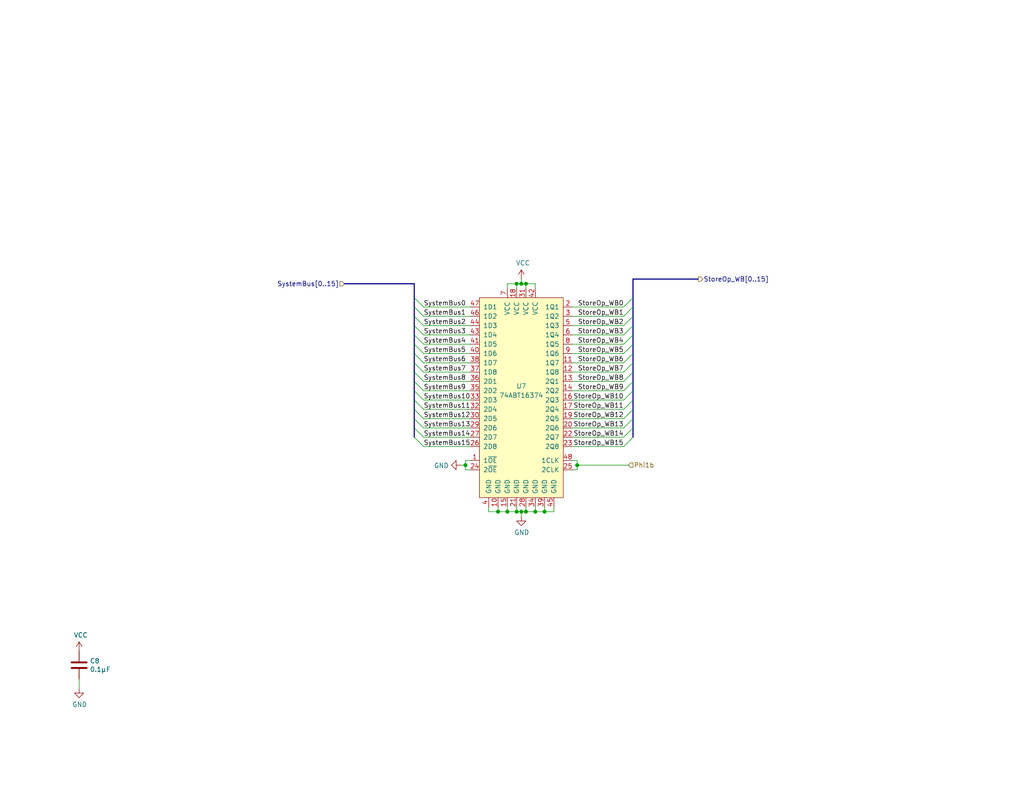
<source format=kicad_sch>
(kicad_sch (version 20230121) (generator eeschema)
  (paper "USLetter")
  (title_block (title "MEM/WB: Store Operand Register") (date "2023-03-22") (rev "B"))
  (lib_symbols
    (symbol "74xx (kicad5):74ABT16374" (pin_names (offset 1.016))
      (property "Reference" "U" (at 0 1.27 0))
      (property "Value" "74ABT16374" (at 0 -1.27 0))
      (symbol "74ABT16374_0_0"
        (pin input line (at -13.97 -20.32 0) (length 2.54) (name "1~{OE}") (number "1"))
        (pin power_in line (at -6.35 -33.02 90) (length 2.54) (name "GND") (number "10"))
        (pin tri_state line (at 13.97 6.35 180) (length 2.54) (name "1Q7") (number "11"))
        (pin tri_state line (at 13.97 3.81 180) (length 2.54) (name "1Q8") (number "12"))
        (pin tri_state line (at 13.97 1.27 180) (length 2.54) (name "2Q1") (number "13"))
        (pin tri_state line (at 13.97 -1.27 180) (length 2.54) (name "2Q2") (number "14"))
        (pin power_in line (at -3.81 -33.02 90) (length 2.54) (name "GND") (number "15"))
        (pin tri_state line (at 13.97 -3.81 180) (length 2.54) (name "2Q3") (number "16"))
        (pin tri_state line (at 13.97 -6.35 180) (length 2.54) (name "2Q4") (number "17"))
        (pin power_in line (at -1.27 26.67 270) (length 2.54) (name "VCC") (number "18"))
        (pin tri_state line (at 13.97 -8.89 180) (length 2.54) (name "2Q5") (number "19"))
        (pin tri_state line (at 13.97 21.59 180) (length 2.54) (name "1Q1") (number "2"))
        (pin tri_state line (at 13.97 -11.43 180) (length 2.54) (name "2Q6") (number "20"))
        (pin power_in line (at -1.27 -33.02 90) (length 2.54) (name "GND") (number "21"))
        (pin tri_state line (at 13.97 -13.97 180) (length 2.54) (name "2Q7") (number "22"))
        (pin tri_state line (at 13.97 -16.51 180) (length 2.54) (name "2Q8") (number "23"))
        (pin input line (at -13.97 -22.86 0) (length 2.54) (name "2~{OE}") (number "24"))
        (pin input line (at 13.97 -22.86 180) (length 2.54) (name "2CLK") (number "25"))
        (pin input line (at -13.97 -16.51 0) (length 2.54) (name "2D8") (number "26"))
        (pin input line (at -13.97 -13.97 0) (length 2.54) (name "2D7") (number "27"))
        (pin power_in line (at 1.27 -33.02 90) (length 2.54) (name "GND") (number "28"))
        (pin input line (at -13.97 -11.43 0) (length 2.54) (name "2D6") (number "29"))
        (pin tri_state line (at 13.97 19.05 180) (length 2.54) (name "1Q2") (number "3"))
        (pin input line (at -13.97 -8.89 0) (length 2.54) (name "2D5") (number "30"))
        (pin power_in line (at 1.27 26.67 270) (length 2.54) (name "VCC") (number "31"))
        (pin input line (at -13.97 -6.35 0) (length 2.54) (name "2D4") (number "32"))
        (pin input line (at -13.97 -3.81 0) (length 2.54) (name "2D3") (number "33"))
        (pin power_in line (at 3.81 -33.02 90) (length 2.54) (name "GND") (number "34"))
        (pin input line (at -13.97 -1.27 0) (length 2.54) (name "2D2") (number "35"))
        (pin input line (at -13.97 1.27 0) (length 2.54) (name "2D1") (number "36"))
        (pin input line (at -13.97 3.81 0) (length 2.54) (name "1D8") (number "37"))
        (pin input line (at -13.97 6.35 0) (length 2.54) (name "1D7") (number "38"))
        (pin power_in line (at 6.35 -33.02 90) (length 2.54) (name "GND") (number "39"))
        (pin power_in line (at -8.89 -33.02 90) (length 2.54) (name "GND") (number "4"))
        (pin input line (at -13.97 8.89 0) (length 2.54) (name "1D6") (number "40"))
        (pin input line (at -13.97 11.43 0) (length 2.54) (name "1D5") (number "41"))
        (pin power_in line (at 3.81 26.67 270) (length 2.54) (name "VCC") (number "42"))
        (pin input line (at -13.97 13.97 0) (length 2.54) (name "1D4") (number "43"))
        (pin input line (at -13.97 16.51 0) (length 2.54) (name "1D3") (number "44"))
        (pin power_in line (at 8.89 -33.02 90) (length 2.54) (name "GND") (number "45"))
        (pin input line (at -13.97 19.05 0) (length 2.54) (name "1D2") (number "46"))
        (pin input line (at -13.97 21.59 0) (length 2.54) (name "1D1") (number "47"))
        (pin input line (at 13.97 -20.32 180) (length 2.54) (name "1CLK") (number "48"))
        (pin tri_state line (at 13.97 16.51 180) (length 2.54) (name "1Q3") (number "5"))
        (pin tri_state line (at 13.97 13.97 180) (length 2.54) (name "1Q4") (number "6"))
        (pin power_in line (at -3.81 26.67 270) (length 2.54) (name "VCC") (number "7"))
        (pin tri_state line (at 13.97 11.43 180) (length 2.54) (name "1Q5") (number "8"))
        (pin tri_state line (at 13.97 8.89 180) (length 2.54) (name "1Q6") (number "9"))
      )
      (symbol "74ABT16374_0_1"
        (rectangle (start -11.43 24.13) (end 11.43 -30.48) (fill (type background)))
      )
    )
    (symbol "Device:C" (pin_numbers hide) (pin_names (offset 0.254))
      (property "Reference" "C" (at 0.635 2.54 0))
      (property "Value" "C" (at 0.635 -2.54 0))
      (symbol "C_0_1"
        (polyline (pts (xy -2.032 -0.762) (xy 2.032 -0.762)) (stroke (width 0.508)))
        (polyline (pts (xy -2.032 0.762) (xy 2.032 0.762)) (stroke (width 0.508)))
      )
      (symbol "C_1_1"
        (pin passive line (at 0 3.81 270) (length 2.794) (name "~") (number "1"))
        (pin passive line (at 0 -3.81 90) (length 2.794) (name "~") (number "2"))
      )
    )
    (symbol "power:GND" (power) (pin_names (offset 0))
      (property "Value" "GND" (at 0 -3.81 0))
      (symbol "GND_0_1"
        (polyline (pts (xy 0 0) (xy 0 -1.27) (xy 1.27 -1.27) (xy 0 -2.54) (xy -1.27 -1.27) (xy 0 -1.27)))
      )
      (symbol "GND_1_1"
        (pin power_in line (at 0 0 270) (length 0) hide (name "GND") (number "1"))
      )
    )
    (symbol "power:VCC" (power) (pin_names (offset 0))
      (property "Value" "VCC" (at 0 3.81 0))
      (symbol "VCC_0_1"
        (polyline (pts (xy -0.762 1.27) (xy 0 2.54)))
        (polyline (pts (xy 0 0) (xy 0 2.54)))
        (polyline (pts (xy 0 2.54) (xy 0.762 1.27)))
      )
      (symbol "VCC_1_1"
        (pin power_in line (at 0 0 90) (length 0) hide (name "VCC") (number "1"))
      )
    )
  )
  (junction (at 140.97 139.7))
  (junction (at 127 127))
  (junction (at 143.51 77.47))
  (junction (at 148.59 139.7))
  (junction (at 157.48 127))
  (junction (at 140.97 77.47))
  (junction (at 142.24 139.7))
  (junction (at 138.43 139.7))
  (junction (at 135.89 139.7))
  (junction (at 142.24 77.47))
  (junction (at 143.51 139.7))
  (junction (at 146.05 139.7))
  (bus_entry (at 172.72 96.52) (size -2.54 2.54))
  (bus_entry (at 113.03 96.52) (size 2.54 2.54))
  (bus_entry (at 113.03 93.98) (size 2.54 2.54))
  (bus_entry (at 113.03 111.76) (size 2.54 2.54))
  (bus_entry (at 172.72 116.84) (size -2.54 2.54))
  (bus_entry (at 113.03 81.28) (size 2.54 2.54))
  (bus_entry (at 172.72 91.44) (size -2.54 2.54))
  (bus_entry (at 113.03 101.6) (size 2.54 2.54))
  (bus_entry (at 113.03 114.3) (size 2.54 2.54))
  (bus_entry (at 113.03 119.38) (size 2.54 2.54))
  (bus_entry (at 172.72 83.82) (size -2.54 2.54))
  (bus_entry (at 172.72 99.06) (size -2.54 2.54))
  (bus_entry (at 172.72 109.22) (size -2.54 2.54))
  (bus_entry (at 172.72 81.28) (size -2.54 2.54))
  (bus_entry (at 113.03 91.44) (size 2.54 2.54))
  (bus_entry (at 113.03 106.68) (size 2.54 2.54))
  (bus_entry (at 172.72 111.76) (size -2.54 2.54))
  (bus_entry (at 172.72 86.36) (size -2.54 2.54))
  (bus_entry (at 172.72 119.38) (size -2.54 2.54))
  (bus_entry (at 172.72 93.98) (size -2.54 2.54))
  (bus_entry (at 113.03 99.06) (size 2.54 2.54))
  (bus_entry (at 113.03 86.36) (size 2.54 2.54))
  (bus_entry (at 172.72 106.68) (size -2.54 2.54))
  (bus_entry (at 172.72 101.6) (size -2.54 2.54))
  (bus_entry (at 113.03 104.14) (size 2.54 2.54))
  (bus_entry (at 113.03 88.9) (size 2.54 2.54))
  (bus_entry (at 172.72 104.14) (size -2.54 2.54))
  (bus_entry (at 113.03 83.82) (size 2.54 2.54))
  (bus_entry (at 113.03 109.22) (size 2.54 2.54))
  (bus_entry (at 113.03 116.84) (size 2.54 2.54))
  (bus_entry (at 172.72 114.3) (size -2.54 2.54))
  (bus_entry (at 172.72 88.9) (size -2.54 2.54))
  (wire (pts (xy 115.57 109.22) (xy 128.27 109.22)))
  (bus (pts (xy 113.03 93.98) (xy 113.03 96.52)))
  (bus (pts (xy 172.72 76.2) (xy 172.72 81.28)))
  (wire (pts (xy 128.27 125.73) (xy 127 125.73)))
  (wire (pts (xy 21.59 187.96) (xy 21.59 185.42)))
  (bus (pts (xy 172.72 83.82) (xy 172.72 86.36)))
  (bus (pts (xy 93.98 77.47) (xy 113.03 77.47)))
  (wire (pts (xy 142.24 76.2) (xy 142.24 77.47)))
  (bus (pts (xy 113.03 88.9) (xy 113.03 91.44)))
  (bus (pts (xy 172.72 81.28) (xy 172.72 83.82)))
  (wire (pts (xy 170.18 119.38) (xy 156.21 119.38)))
  (wire (pts (xy 135.89 139.7) (xy 138.43 139.7)))
  (wire (pts (xy 127 127) (xy 127 128.27)))
  (wire (pts (xy 115.57 114.3) (xy 128.27 114.3)))
  (wire (pts (xy 170.18 114.3) (xy 156.21 114.3)))
  (wire (pts (xy 142.24 139.7) (xy 143.51 139.7)))
  (wire (pts (xy 170.18 116.84) (xy 156.21 116.84)))
  (wire (pts (xy 115.57 116.84) (xy 128.27 116.84)))
  (wire (pts (xy 115.57 99.06) (xy 128.27 99.06)))
  (wire (pts (xy 143.51 139.7) (xy 146.05 139.7)))
  (wire (pts (xy 148.59 139.7) (xy 151.13 139.7)))
  (bus (pts (xy 113.03 83.82) (xy 113.03 86.36)))
  (wire (pts (xy 115.57 96.52) (xy 128.27 96.52)))
  (wire (pts (xy 135.89 138.43) (xy 135.89 139.7)))
  (wire (pts (xy 170.18 93.98) (xy 156.21 93.98)))
  (wire (pts (xy 157.48 127) (xy 171.45 127)))
  (bus (pts (xy 172.72 109.22) (xy 172.72 111.76)))
  (wire (pts (xy 138.43 138.43) (xy 138.43 139.7)))
  (bus (pts (xy 172.72 86.36) (xy 172.72 88.9)))
  (bus (pts (xy 113.03 91.44) (xy 113.03 93.98)))
  (wire (pts (xy 138.43 78.74) (xy 138.43 77.47)))
  (wire (pts (xy 115.57 106.68) (xy 128.27 106.68)))
  (wire (pts (xy 115.57 101.6) (xy 128.27 101.6)))
  (bus (pts (xy 113.03 104.14) (xy 113.03 106.68)))
  (wire (pts (xy 170.18 121.92) (xy 156.21 121.92)))
  (wire (pts (xy 115.57 86.36) (xy 128.27 86.36)))
  (wire (pts (xy 146.05 139.7) (xy 148.59 139.7)))
  (wire (pts (xy 133.35 138.43) (xy 133.35 139.7)))
  (wire (pts (xy 115.57 93.98) (xy 128.27 93.98)))
  (wire (pts (xy 170.18 104.14) (xy 156.21 104.14)))
  (wire (pts (xy 170.18 86.36) (xy 156.21 86.36)))
  (wire (pts (xy 127 128.27) (xy 128.27 128.27)))
  (wire (pts (xy 142.24 139.7) (xy 142.24 140.97)))
  (wire (pts (xy 143.51 78.74) (xy 143.51 77.47)))
  (wire (pts (xy 143.51 138.43) (xy 143.51 139.7)))
  (bus (pts (xy 172.72 106.68) (xy 172.72 109.22)))
  (wire (pts (xy 170.18 101.6) (xy 156.21 101.6)))
  (bus (pts (xy 113.03 106.68) (xy 113.03 109.22)))
  (bus (pts (xy 113.03 99.06) (xy 113.03 101.6)))
  (wire (pts (xy 170.18 111.76) (xy 156.21 111.76)))
  (wire (pts (xy 146.05 138.43) (xy 146.05 139.7)))
  (bus (pts (xy 113.03 77.47) (xy 113.03 81.28)))
  (wire (pts (xy 157.48 127) (xy 157.48 128.27)))
  (wire (pts (xy 115.57 111.76) (xy 128.27 111.76)))
  (wire (pts (xy 170.18 83.82) (xy 156.21 83.82)))
  (bus (pts (xy 172.72 111.76) (xy 172.72 114.3)))
  (wire (pts (xy 148.59 138.43) (xy 148.59 139.7)))
  (wire (pts (xy 127 125.73) (xy 127 127)))
  (bus (pts (xy 190.5 76.2) (xy 172.72 76.2)))
  (bus (pts (xy 113.03 96.52) (xy 113.03 99.06)))
  (wire (pts (xy 157.48 128.27) (xy 156.21 128.27)))
  (wire (pts (xy 115.57 104.14) (xy 128.27 104.14)))
  (wire (pts (xy 140.97 78.74) (xy 140.97 77.47)))
  (bus (pts (xy 113.03 116.84) (xy 113.03 119.38)))
  (wire (pts (xy 133.35 139.7) (xy 135.89 139.7)))
  (bus (pts (xy 172.72 104.14) (xy 172.72 106.68)))
  (bus (pts (xy 113.03 114.3) (xy 113.03 116.84)))
  (bus (pts (xy 113.03 109.22) (xy 113.03 111.76)))
  (wire (pts (xy 140.97 77.47) (xy 142.24 77.47)))
  (wire (pts (xy 170.18 91.44) (xy 156.21 91.44)))
  (wire (pts (xy 115.57 83.82) (xy 128.27 83.82)))
  (wire (pts (xy 115.57 91.44) (xy 128.27 91.44)))
  (bus (pts (xy 172.72 114.3) (xy 172.72 116.84)))
  (wire (pts (xy 170.18 88.9) (xy 156.21 88.9)))
  (bus (pts (xy 172.72 116.84) (xy 172.72 119.38)))
  (wire (pts (xy 170.18 96.52) (xy 156.21 96.52)))
  (bus (pts (xy 172.72 88.9) (xy 172.72 91.44)))
  (wire (pts (xy 143.51 77.47) (xy 146.05 77.47)))
  (bus (pts (xy 172.72 96.52) (xy 172.72 99.06)))
  (wire (pts (xy 157.48 125.73) (xy 157.48 127)))
  (bus (pts (xy 172.72 99.06) (xy 172.72 101.6)))
  (wire (pts (xy 140.97 138.43) (xy 140.97 139.7)))
  (wire (pts (xy 142.24 77.47) (xy 143.51 77.47)))
  (bus (pts (xy 113.03 81.28) (xy 113.03 83.82)))
  (wire (pts (xy 138.43 77.47) (xy 140.97 77.47)))
  (bus (pts (xy 113.03 86.36) (xy 113.03 88.9)))
  (wire (pts (xy 115.57 119.38) (xy 128.27 119.38)))
  (bus (pts (xy 172.72 91.44) (xy 172.72 93.98)))
  (wire (pts (xy 151.13 139.7) (xy 151.13 138.43)))
  (bus (pts (xy 113.03 111.76) (xy 113.03 114.3)))
  (bus (pts (xy 113.03 101.6) (xy 113.03 104.14)))
  (wire (pts (xy 146.05 77.47) (xy 146.05 78.74)))
  (wire (pts (xy 115.57 88.9) (xy 128.27 88.9)))
  (wire (pts (xy 140.97 139.7) (xy 142.24 139.7)))
  (wire (pts (xy 138.43 139.7) (xy 140.97 139.7)))
  (bus (pts (xy 172.72 93.98) (xy 172.72 96.52)))
  (wire (pts (xy 170.18 99.06) (xy 156.21 99.06)))
  (wire (pts (xy 127 127) (xy 125.73 127)))
  (bus (pts (xy 172.72 101.6) (xy 172.72 104.14)))
  (wire (pts (xy 170.18 106.68) (xy 156.21 106.68)))
  (wire (pts (xy 156.21 125.73) (xy 157.48 125.73)))
  (wire (pts (xy 170.18 109.22) (xy 156.21 109.22)))
  (wire (pts (xy 115.57 121.92) (xy 128.27 121.92)))
  (label "SystemBus0" (at 115.57 83.82 0))
  (label "StoreOp_WB0" (at 170.18 83.82 180))
  (label "StoreOp_WB4" (at 170.18 93.98 180))
  (label "StoreOp_WB15" (at 170.18 121.92 180))
  (label "SystemBus8" (at 115.57 104.14 0))
  (label "SystemBus3" (at 115.57 91.44 0))
  (label "SystemBus5" (at 115.57 96.52 0))
  (label "SystemBus11" (at 115.57 111.76 0))
  (label "SystemBus13" (at 115.57 116.84 0))
  (label "StoreOp_WB14" (at 170.18 119.38 180))
  (label "SystemBus1" (at 115.57 86.36 0))
  (label "SystemBus6" (at 115.57 99.06 0))
  (label "StoreOp_WB11" (at 170.18 111.76 180))
  (label "SystemBus15" (at 115.57 121.92 0))
  (label "StoreOp_WB2" (at 170.18 88.9 180))
  (label "SystemBus12" (at 115.57 114.3 0))
  (label "StoreOp_WB7" (at 170.18 101.6 180))
  (label "SystemBus4" (at 115.57 93.98 0))
  (label "StoreOp_WB5" (at 170.18 96.52 180))
  (label "StoreOp_WB9" (at 170.18 106.68 180))
  (label "StoreOp_WB1" (at 170.18 86.36 180))
  (label "SystemBus10" (at 115.57 109.22 0))
  (label "StoreOp_WB10" (at 170.18 109.22 180))
  (label "SystemBus9" (at 115.57 106.68 0))
  (label "StoreOp_WB8" (at 170.18 104.14 180))
  (label "StoreOp_WB12" (at 170.18 114.3 180))
  (label "SystemBus2" (at 115.57 88.9 0))
  (label "SystemBus14" (at 115.57 119.38 0))
  (label "StoreOp_WB13" (at 170.18 116.84 180))
  (label "StoreOp_WB3" (at 170.18 91.44 180))
  (label "StoreOp_WB6" (at 170.18 99.06 180))
  (label "SystemBus7" (at 115.57 101.6 0))
  (hierarchical_label "Phi1b" (shape input) (at 171.45 127 0))
  (hierarchical_label "StoreOp_WB[0..15]" (shape output) (at 190.5 76.2 0))
  (hierarchical_label "SystemBus[0..15]" (shape input) (at 93.98 77.47 180))
  (symbol (lib_id "Device:C") (at 21.59 181.61 0) (unit 1)
    (property "Reference" "C8" (at 24.511 180.4416 0) (effects (justify left)))
    (property "Value" "0.1μF" (at 24.511 182.753 0) (effects (justify left)))
    (property "Footprint" "Capacitor_SMD:C_0603_1608Metric_Pad1.08x0.95mm_HandSolder" (effects hide))
    (property "Mouser" "https://www.mouser.com/ProductDetail/963-EMK107B7104KAHT" (effects hide))
  )
  (symbol (lib_id "power:VCC") (at 21.59 177.8 0) (unit 1)
    (property "Reference" "#PWR0102" (effects hide))
    (property "Value" "VCC" (at 22.0218 173.4058 0))
  )
  (symbol (lib_id "power:GND") (at 21.59 187.96 0) (unit 1)
    (property "Reference" "#PWR0103" (effects hide))
    (property "Value" "GND" (at 21.717 192.3542 0))
  )
  (symbol (lib_id "power:GND") (at 125.73 127 270) (unit 1)
    (property "Reference" "#PWR0104" (effects hide))
    (property "Value" "GND" (at 122.4788 127.127 90) (effects (justify right)))
  )
  (symbol (lib_id "power:VCC") (at 142.24 76.2 0) (unit 1)
    (property "Reference" "#PWR0105" (effects hide))
    (property "Value" "VCC" (at 142.6718 71.8058 0))
  )
  (symbol (lib_id "power:GND") (at 142.24 140.97 0) (unit 1)
    (property "Reference" "#PWR0106" (effects hide))
    (property "Value" "GND" (at 142.367 145.3642 0))
  )
  (symbol (lib_id "74xx (kicad5):74ABT16374") (at 142.24 105.41 0) (unit 1)
    (property "Reference" "U7" (at 142.24 105.41 0))
    (property "Value" "74ABT16374" (at 142.24 107.95 0))
    (property "Footprint" "Package_SO:TSSOP-48_6.1x12.5mm_P0.5mm" (effects hide))
    (property "Datasheet" "https://www.ti.com/lit/ds/symlink/sn74abt16374a.pdf?HQS=dis-mous-null-mousermode-dsf-pf-null-wwe&ts=1617318801237" (effects hide))
    (property "Mouser" "https://www.mouser.com/ProductDetail/Texas-Instruments/SN74ABT16374ADGGR?qs=%2Fha2pyFadui8Wf%2F61v2joCyY9bOa3peBR5btn0VUHs8%3D" (effects hide))
  )
)
</source>
